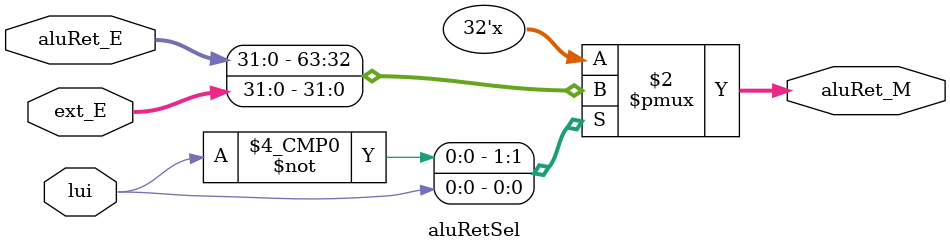
<source format=v>
module writeASel(
		input [4:0] rt,
		input [4:0] rd,
		input [1:0] regDst,
		output reg [4:0] WA
    );
		always@(*)begin
			case(regDst)
			0:begin
				WA=rt;
			end
			1:begin
				WA=rd;
			end
			2:begin
				WA=5'b11111;
			end
			default:begin
				WA=WA;
			end
			endcase
		end
endmodule

module aluDSel(
		input [31:0] rtData,
		input [31:0] imm32,
		input aluSrc,
		output [31:0] aluDataB
);
		assign aluDataB=(aluSrc)?imm32:rtData;
endmodule

module writeDSel(
	input [31:0] aluOut,
	input [31:0] dmRd,
	input [31:0] lui_ext,
	input [31:0] pcPlus8,
	input [1:0] memToReg,
	output reg [31:0] writeD
);
	always@(*)begin
		case(memToReg)
			2'b00:begin
				writeD=aluOut;
			end
			2'b01:begin
				writeD=dmRd;
			end
			2'b10:begin
				writeD=lui_ext;
			end
			2'b11:begin
				writeD=pcPlus8;
			end
			default:begin
				writeD=0;
			end
		endcase
	end
endmodule


module aluRetSel(
	input lui,
	input [31:0] ext_E,
	input [31:0] aluRet_E,
	output reg [31:0] aluRet_M 
);
	always@(*) begin
		case(lui)
			0:aluRet_M=aluRet_E;
			1:aluRet_M=ext_E;
			default:aluRet_M=aluRet_E;
		endcase
	end
endmodule

</source>
